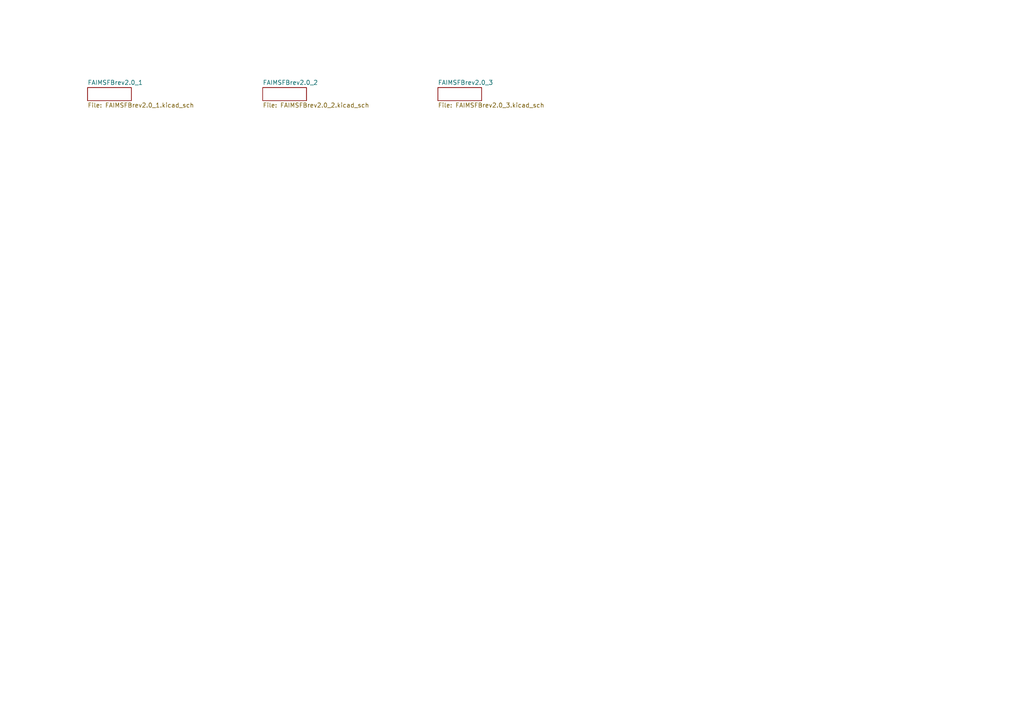
<source format=kicad_sch>
(kicad_sch
	(version 20231120)
	(generator "eeschema")
	(generator_version "8.0")
	(uuid "05239745-e57a-4d33-9f12-8dd8eb2e6eee")
	(paper "A4")
	(lib_symbols)
	(sheet
		(at 25.4 25.4)
		(size 12.7 3.81)
		(fields_autoplaced yes)
		(stroke
			(width 0)
			(type solid)
		)
		(fill
			(color 0 0 0 0.0000)
		)
		(uuid "64ca9d42-d79f-4304-ac53-4ca5ca419ca4")
		(property "Sheetname" "FAIMSFBrev2.0_1"
			(at 25.4 24.6884 0)
			(effects
				(font
					(size 1.27 1.27)
				)
				(justify left bottom)
			)
		)
		(property "Sheetfile" "FAIMSFBrev2.0_1.kicad_sch"
			(at 25.4 29.7946 0)
			(effects
				(font
					(size 1.27 1.27)
				)
				(justify left top)
			)
		)
		(instances
			(project "FAIMSFBrev2.0"
				(path "/05239745-e57a-4d33-9f12-8dd8eb2e6eee"
					(page "1")
				)
			)
		)
	)
	(sheet
		(at 76.2 25.4)
		(size 12.7 3.81)
		(fields_autoplaced yes)
		(stroke
			(width 0)
			(type solid)
		)
		(fill
			(color 0 0 0 0.0000)
		)
		(uuid "dc2e0458-3de2-4e19-94c0-f2673599dee3")
		(property "Sheetname" "FAIMSFBrev2.0_2"
			(at 76.2 24.6884 0)
			(effects
				(font
					(size 1.27 1.27)
				)
				(justify left bottom)
			)
		)
		(property "Sheetfile" "FAIMSFBrev2.0_2.kicad_sch"
			(at 76.2 29.7946 0)
			(effects
				(font
					(size 1.27 1.27)
				)
				(justify left top)
			)
		)
		(instances
			(project "FAIMSFBrev2.0"
				(path "/05239745-e57a-4d33-9f12-8dd8eb2e6eee"
					(page "2")
				)
			)
		)
	)
	(sheet
		(at 127 25.4)
		(size 12.7 3.81)
		(fields_autoplaced yes)
		(stroke
			(width 0)
			(type solid)
		)
		(fill
			(color 0 0 0 0.0000)
		)
		(uuid "e5948bf1-86dd-4738-aefd-ce2eb3832da9")
		(property "Sheetname" "FAIMSFBrev2.0_3"
			(at 127 24.6884 0)
			(effects
				(font
					(size 1.27 1.27)
				)
				(justify left bottom)
			)
		)
		(property "Sheetfile" "FAIMSFBrev2.0_3.kicad_sch"
			(at 127 29.7946 0)
			(effects
				(font
					(size 1.27 1.27)
				)
				(justify left top)
			)
		)
		(instances
			(project "FAIMSFBrev2.0"
				(path "/05239745-e57a-4d33-9f12-8dd8eb2e6eee"
					(page "3")
				)
			)
		)
	)
	(sheet_instances
		(path "/"
			(page "1")
		)
	)
)

</source>
